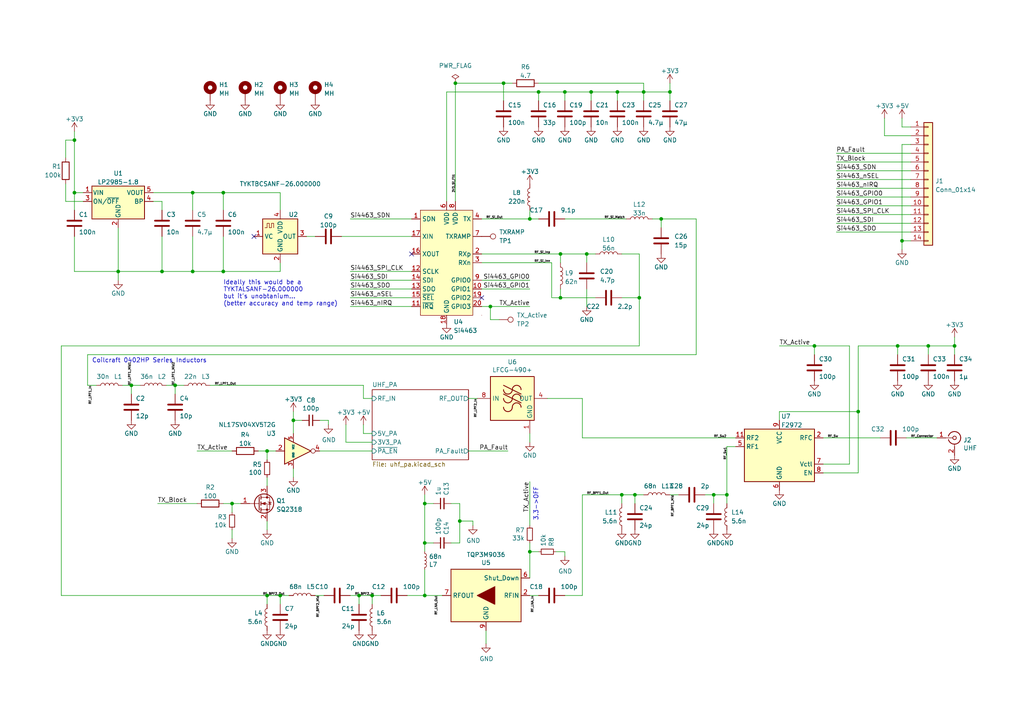
<source format=kicad_sch>
(kicad_sch (version 20211123) (generator eeschema)
  (paper "A4")
  (junction (at 210.82 143.51))
  (junction (at 107.95 172.72))
  (junction (at 64.77 55.88))
  (junction (at 85.09 121.92))
  (junction (at 261.62 69.85))
  (junction (at 123.19 172.72))
  (junction (at 55.88 78.74))
  (junction (at 186.69 26.67))
  (junction (at 179.07 26.67))
  (junction (at 132.08 24.13))
  (junction (at 21.59 55.88))
  (junction (at 191.77 63.5))
  (junction (at 133.35 151.13))
  (junction (at 184.15 143.51))
  (junction (at 156.21 26.67))
  (junction (at 77.47 130.81))
  (junction (at 194.31 26.67))
  (junction (at 162.56 73.66))
  (junction (at 123.19 146.05))
  (junction (at 248.92 119.38))
  (junction (at 146.05 24.13))
  (junction (at 276.86 100.33))
  (junction (at 104.14 172.72))
  (junction (at 123.19 157.48))
  (junction (at 77.47 172.72))
  (junction (at 55.88 55.88))
  (junction (at 185.42 86.36))
  (junction (at 171.45 26.67))
  (junction (at 163.83 26.67))
  (junction (at 34.29 78.74))
  (junction (at 236.22 100.33))
  (junction (at 50.8 111.76))
  (junction (at 260.35 100.33))
  (junction (at 170.18 73.66))
  (junction (at 21.59 40.64))
  (junction (at 46.99 78.74))
  (junction (at 81.28 172.72))
  (junction (at 67.31 146.05))
  (junction (at 153.67 160.02))
  (junction (at 207.01 143.51))
  (junction (at 269.24 100.33))
  (junction (at 64.77 78.74))
  (junction (at 153.67 63.5))
  (junction (at 162.56 86.36))
  (junction (at 180.34 143.51))
  (junction (at 38.1 111.76))
  (junction (at 142.24 88.9))
  (no_connect (at 119.38 73.66))
  (no_connect (at 73.66 68.58))
  (no_connect (at 139.7 86.36))
  (wire (pts (xy 88.9 68.58) (xy 91.44 68.58)))
  (wire (pts (xy 210.82 129.54) (xy 210.82 143.51)))
  (wire (pts (xy 24.13 55.88) (xy 21.59 55.88)))
  (wire (pts (xy 260.35 100.33) (xy 248.92 100.33)))
  (wire (pts (xy 91.44 172.72) (xy 93.98 172.72)))
  (wire (pts (xy 139.7 73.66) (xy 162.56 73.66)))
  (wire (pts (xy 104.14 172.72) (xy 104.14 175.26)))
  (wire (pts (xy 194.31 143.51) (xy 196.85 143.51)))
  (wire (pts (xy 163.83 63.5) (xy 181.61 63.5)))
  (wire (pts (xy 133.35 151.13) (xy 133.35 146.05)))
  (wire (pts (xy 139.7 76.2) (xy 160.02 76.2)))
  (wire (pts (xy 21.59 55.88) (xy 21.59 60.96)))
  (wire (pts (xy 92.71 121.92) (xy 95.25 121.92)))
  (wire (pts (xy 105.41 123.19) (xy 105.41 125.73)))
  (wire (pts (xy 156.21 160.02) (xy 153.67 160.02)))
  (wire (pts (xy 171.45 26.67) (xy 171.45 29.21)))
  (wire (pts (xy 81.28 55.88) (xy 81.28 60.96)))
  (wire (pts (xy 139.7 81.28) (xy 153.67 81.28)))
  (wire (pts (xy 81.28 172.72) (xy 77.47 172.72)))
  (wire (pts (xy 64.77 68.58) (xy 64.77 78.74)))
  (wire (pts (xy 139.7 88.9) (xy 142.24 88.9)))
  (wire (pts (xy 242.57 54.61) (xy 264.16 54.61)))
  (wire (pts (xy 105.41 125.73) (xy 107.95 125.73)))
  (wire (pts (xy 101.6 63.5) (xy 119.38 63.5)))
  (wire (pts (xy 77.47 172.72) (xy 77.47 175.26)))
  (wire (pts (xy 105.41 115.57) (xy 107.95 115.57)))
  (wire (pts (xy 179.07 26.67) (xy 179.07 29.21)))
  (wire (pts (xy 242.57 49.53) (xy 264.16 49.53)))
  (wire (pts (xy 162.56 86.36) (xy 172.72 86.36)))
  (wire (pts (xy 118.11 172.72) (xy 123.19 172.72)))
  (wire (pts (xy 133.35 146.05) (xy 130.81 146.05)))
  (wire (pts (xy 57.15 130.81) (xy 67.31 130.81)))
  (wire (pts (xy 67.31 146.05) (xy 67.31 148.59)))
  (wire (pts (xy 129.54 26.67) (xy 129.54 58.42)))
  (wire (pts (xy 168.91 143.51) (xy 168.91 172.72)))
  (wire (pts (xy 77.47 138.43) (xy 77.47 140.97)))
  (wire (pts (xy 85.09 135.89) (xy 85.09 138.43)))
  (wire (pts (xy 77.47 130.81) (xy 77.47 133.35)))
  (wire (pts (xy 132.08 24.13) (xy 132.08 58.42)))
  (wire (pts (xy 101.6 81.28) (xy 119.38 81.28)))
  (wire (pts (xy 142.24 88.9) (xy 153.67 88.9)))
  (wire (pts (xy 129.54 26.67) (xy 156.21 26.67)))
  (wire (pts (xy 45.72 146.05) (xy 57.15 146.05)))
  (wire (pts (xy 185.42 100.33) (xy 185.42 86.36)))
  (wire (pts (xy 123.19 165.1) (xy 123.19 172.72)))
  (wire (pts (xy 194.31 24.13) (xy 194.31 26.67)))
  (wire (pts (xy 226.06 100.33) (xy 236.22 100.33)))
  (wire (pts (xy 44.45 58.42) (xy 46.99 58.42)))
  (wire (pts (xy 92.71 130.81) (xy 107.95 130.81)))
  (wire (pts (xy 153.67 63.5) (xy 156.21 63.5)))
  (wire (pts (xy 100.33 128.27) (xy 107.95 128.27)))
  (wire (pts (xy 139.7 63.5) (xy 153.67 63.5)))
  (wire (pts (xy 25.4 111.76) (xy 27.94 111.76)))
  (wire (pts (xy 256.54 34.29) (xy 256.54 39.37)))
  (wire (pts (xy 123.19 157.48) (xy 123.19 146.05)))
  (wire (pts (xy 38.1 111.76) (xy 38.1 114.3)))
  (wire (pts (xy 21.59 38.1) (xy 21.59 40.64)))
  (wire (pts (xy 46.99 78.74) (xy 55.88 78.74)))
  (wire (pts (xy 44.45 55.88) (xy 55.88 55.88)))
  (wire (pts (xy 153.67 60.96) (xy 153.67 63.5)))
  (wire (pts (xy 210.82 143.51) (xy 210.82 146.05)))
  (wire (pts (xy 135.89 130.81) (xy 147.32 130.81)))
  (wire (pts (xy 189.23 63.5) (xy 191.77 63.5)))
  (wire (pts (xy 161.29 160.02) (xy 163.83 160.02)))
  (wire (pts (xy 153.67 128.27) (xy 153.67 125.73)))
  (wire (pts (xy 17.78 172.72) (xy 17.78 100.33)))
  (wire (pts (xy 262.89 127) (xy 271.78 127)))
  (wire (pts (xy 74.93 130.81) (xy 77.47 130.81)))
  (wire (pts (xy 101.6 78.74) (xy 119.38 78.74)))
  (wire (pts (xy 17.78 100.33) (xy 185.42 100.33)))
  (wire (pts (xy 260.35 100.33) (xy 269.24 100.33)))
  (wire (pts (xy 207.01 143.51) (xy 210.82 143.51)))
  (wire (pts (xy 186.69 26.67) (xy 186.69 29.21)))
  (wire (pts (xy 85.09 125.73) (xy 85.09 121.92)))
  (wire (pts (xy 162.56 83.82) (xy 162.56 86.36)))
  (wire (pts (xy 246.38 134.62) (xy 246.38 100.33)))
  (wire (pts (xy 269.24 100.33) (xy 269.24 102.87)))
  (wire (pts (xy 107.95 172.72) (xy 110.49 172.72)))
  (wire (pts (xy 142.24 92.71) (xy 142.24 88.9)))
  (wire (pts (xy 276.86 100.33) (xy 276.86 102.87)))
  (wire (pts (xy 184.15 143.51) (xy 180.34 143.51)))
  (wire (pts (xy 123.19 160.02) (xy 123.19 157.48)))
  (wire (pts (xy 156.21 26.67) (xy 156.21 29.21)))
  (wire (pts (xy 180.34 143.51) (xy 180.34 146.05)))
  (wire (pts (xy 34.29 78.74) (xy 21.59 78.74)))
  (wire (pts (xy 242.57 44.45) (xy 264.16 44.45)))
  (wire (pts (xy 269.24 100.33) (xy 276.86 100.33)))
  (wire (pts (xy 34.29 78.74) (xy 34.29 81.28)))
  (wire (pts (xy 170.18 73.66) (xy 172.72 73.66)))
  (wire (pts (xy 264.16 39.37) (xy 256.54 39.37)))
  (wire (pts (xy 48.26 111.76) (xy 50.8 111.76)))
  (wire (pts (xy 21.59 78.74) (xy 21.59 68.58)))
  (wire (pts (xy 77.47 172.72) (xy 17.78 172.72)))
  (wire (pts (xy 248.92 137.16) (xy 238.76 137.16)))
  (wire (pts (xy 34.29 78.74) (xy 46.99 78.74)))
  (wire (pts (xy 248.92 119.38) (xy 248.92 137.16)))
  (wire (pts (xy 67.31 146.05) (xy 69.85 146.05)))
  (wire (pts (xy 186.69 26.67) (xy 186.69 24.13)))
  (wire (pts (xy 83.82 172.72) (xy 81.28 172.72)))
  (wire (pts (xy 64.77 146.05) (xy 67.31 146.05)))
  (wire (pts (xy 85.09 119.38) (xy 85.09 121.92)))
  (wire (pts (xy 185.42 86.36) (xy 185.42 73.66)))
  (wire (pts (xy 186.69 143.51) (xy 184.15 143.51)))
  (wire (pts (xy 130.81 157.48) (xy 133.35 157.48)))
  (wire (pts (xy 226.06 119.38) (xy 248.92 119.38)))
  (wire (pts (xy 163.83 172.72) (xy 168.91 172.72)))
  (wire (pts (xy 55.88 78.74) (xy 64.77 78.74)))
  (wire (pts (xy 139.7 83.82) (xy 153.67 83.82)))
  (wire (pts (xy 153.67 139.7) (xy 153.67 152.4)))
  (wire (pts (xy 170.18 83.82) (xy 170.18 88.9)))
  (wire (pts (xy 261.62 69.85) (xy 264.16 69.85)))
  (wire (pts (xy 46.99 68.58) (xy 46.99 78.74)))
  (wire (pts (xy 105.41 111.76) (xy 105.41 115.57)))
  (wire (pts (xy 213.36 129.54) (xy 210.82 129.54)))
  (wire (pts (xy 99.06 68.58) (xy 119.38 68.58)))
  (wire (pts (xy 163.83 26.67) (xy 163.83 29.21)))
  (wire (pts (xy 35.56 111.76) (xy 38.1 111.76)))
  (wire (pts (xy 153.67 160.02) (xy 153.67 157.48)))
  (wire (pts (xy 168.91 115.57) (xy 168.91 127)))
  (wire (pts (xy 276.86 97.79) (xy 276.86 100.33)))
  (wire (pts (xy 264.16 41.91) (xy 261.62 41.91)))
  (wire (pts (xy 179.07 26.67) (xy 186.69 26.67)))
  (wire (pts (xy 125.73 146.05) (xy 123.19 146.05)))
  (wire (pts (xy 236.22 102.87) (xy 236.22 100.33)))
  (wire (pts (xy 146.05 24.13) (xy 146.05 29.21)))
  (wire (pts (xy 261.62 41.91) (xy 261.62 69.85)))
  (wire (pts (xy 261.62 34.29) (xy 261.62 36.83)))
  (wire (pts (xy 242.57 64.77) (xy 264.16 64.77)))
  (wire (pts (xy 81.28 78.74) (xy 81.28 76.2)))
  (wire (pts (xy 146.05 24.13) (xy 132.08 24.13)))
  (wire (pts (xy 19.05 58.42) (xy 19.05 53.34)))
  (wire (pts (xy 162.56 73.66) (xy 170.18 73.66)))
  (wire (pts (xy 137.16 152.4) (xy 137.16 151.13)))
  (wire (pts (xy 168.91 127) (xy 213.36 127)))
  (wire (pts (xy 50.8 114.3) (xy 50.8 111.76)))
  (wire (pts (xy 125.73 157.48) (xy 123.19 157.48)))
  (wire (pts (xy 158.75 115.57) (xy 168.91 115.57)))
  (wire (pts (xy 21.59 40.64) (xy 21.59 55.88)))
  (wire (pts (xy 242.57 67.31) (xy 264.16 67.31)))
  (wire (pts (xy 153.67 167.64) (xy 153.67 160.02)))
  (wire (pts (xy 19.05 40.64) (xy 21.59 40.64)))
  (wire (pts (xy 81.28 172.72) (xy 81.28 175.26)))
  (wire (pts (xy 87.63 121.92) (xy 85.09 121.92)))
  (wire (pts (xy 144.78 92.71) (xy 142.24 92.71)))
  (wire (pts (xy 38.1 111.76) (xy 40.64 111.76)))
  (wire (pts (xy 171.45 26.67) (xy 179.07 26.67)))
  (wire (pts (xy 238.76 134.62) (xy 246.38 134.62)))
  (wire (pts (xy 100.33 123.19) (xy 100.33 128.27)))
  (wire (pts (xy 238.76 127) (xy 255.27 127)))
  (wire (pts (xy 168.91 143.51) (xy 180.34 143.51)))
  (wire (pts (xy 191.77 63.5) (xy 191.77 66.04)))
  (wire (pts (xy 204.47 143.51) (xy 207.01 143.51)))
  (wire (pts (xy 55.88 68.58) (xy 55.88 78.74)))
  (wire (pts (xy 140.97 186.69) (xy 140.97 182.88)))
  (wire (pts (xy 156.21 24.13) (xy 186.69 24.13)))
  (wire (pts (xy 242.57 57.15) (xy 264.16 57.15)))
  (wire (pts (xy 242.57 46.99) (xy 264.16 46.99)))
  (wire (pts (xy 133.35 157.48) (xy 133.35 151.13)))
  (wire (pts (xy 162.56 73.66) (xy 162.56 76.2)))
  (wire (pts (xy 77.47 151.13) (xy 77.47 153.67)))
  (wire (pts (xy 101.6 88.9) (xy 119.38 88.9)))
  (wire (pts (xy 34.29 66.04) (xy 34.29 78.74)))
  (wire (pts (xy 160.02 86.36) (xy 162.56 86.36)))
  (wire (pts (xy 194.31 26.67) (xy 194.31 29.21)))
  (wire (pts (xy 135.89 115.57) (xy 138.43 115.57)))
  (wire (pts (xy 185.42 73.66) (xy 180.34 73.66)))
  (wire (pts (xy 50.8 111.76) (xy 53.34 111.76)))
  (wire (pts (xy 201.93 63.5) (xy 201.93 102.87)))
  (wire (pts (xy 248.92 100.33) (xy 248.92 119.38)))
  (wire (pts (xy 242.57 62.23) (xy 264.16 62.23)))
  (wire (pts (xy 137.16 151.13) (xy 133.35 151.13)))
  (wire (pts (xy 19.05 45.72) (xy 19.05 40.64)))
  (wire (pts (xy 64.77 55.88) (xy 64.77 60.96)))
  (wire (pts (xy 101.6 172.72) (xy 104.14 172.72)))
  (wire (pts (xy 242.57 59.69) (xy 264.16 59.69)))
  (wire (pts (xy 107.95 172.72) (xy 107.95 175.26)))
  (wire (pts (xy 101.6 83.82) (xy 119.38 83.82)))
  (wire (pts (xy 101.6 86.36) (xy 119.38 86.36)))
  (wire (pts (xy 46.99 58.42) (xy 46.99 60.96)))
  (wire (pts (xy 163.83 26.67) (xy 171.45 26.67)))
  (wire (pts (xy 64.77 55.88) (xy 81.28 55.88)))
  (wire (pts (xy 260.35 102.87) (xy 260.35 100.33)))
  (wire (pts (xy 184.15 143.51) (xy 184.15 146.05)))
  (wire (pts (xy 25.4 102.87) (xy 25.4 111.76)))
  (wire (pts (xy 242.57 52.07) (xy 264.16 52.07)))
  (wire (pts (xy 67.31 153.67) (xy 67.31 156.21)))
  (wire (pts (xy 25.4 102.87) (xy 201.93 102.87)))
  (wire (pts (xy 207.01 143.51) (xy 207.01 146.05)))
  (wire (pts (xy 246.38 100.33) (xy 236.22 100.33)))
  (wire (pts (xy 264.16 36.83) (xy 261.62 36.83)))
  (wire (pts (xy 95.25 121.92) (xy 95.25 123.19)))
  (wire (pts (xy 226.06 121.92) (xy 226.06 119.38)))
  (wire (pts (xy 160.02 76.2) (xy 160.02 86.36)))
  (wire (pts (xy 163.83 160.02) (xy 163.83 161.29)))
  (wire (pts (xy 19.05 58.42) (xy 24.13 58.42)))
  (wire (pts (xy 191.77 63.5) (xy 201.93 63.5)))
  (wire (pts (xy 55.88 55.88) (xy 64.77 55.88)))
  (wire (pts (xy 123.19 172.72) (xy 128.27 172.72)))
  (wire (pts (xy 77.47 130.81) (xy 80.01 130.81)))
  (wire (pts (xy 60.96 111.76) (xy 105.41 111.76)))
  (wire (pts (xy 64.77 78.74) (xy 81.28 78.74)))
  (wire (pts (xy 180.34 86.36) (xy 185.42 86.36)))
  (wire (pts (xy 123.19 146.05) (xy 123.19 143.51)))
  (wire (pts (xy 148.59 24.13) (xy 146.05 24.13)))
  (wire (pts (xy 170.18 73.66) (xy 170.18 76.2)))
  (wire (pts (xy 104.14 172.72) (xy 107.95 172.72)))
  (wire (pts (xy 186.69 26.67) (xy 194.31 26.67)))
  (wire (pts (xy 153.67 172.72) (xy 156.21 172.72)))
  (wire (pts (xy 261.62 69.85) (xy 261.62 72.39)))
  (wire (pts (xy 55.88 55.88) (xy 55.88 60.96)))
  (wire (pts (xy 156.21 26.67) (xy 163.83 26.67)))
  (text "Ideally this would be a\nTYKTALSANF-26.000000\nbut it's unobtanium...\n(better accuracy and temp range)" (at 64.77 88.9 0) (effects (font (size 1.27 1.27)) (justify left bottom)))
  (text "3.3->OFF" (at 156.21 151.13 90) (effects (font (size 1.27 1.27)) (justify left bottom)))
  (text "Coilcraft 0402HP Series Inductors" (at 26.67 105.41 0) (effects (font (size 1.27 1.27)) (justify left bottom)))
  (label "Si4463_SPI_CLK" (at 101.6 78.74 0))
  (label "RF_Sw2" (at 207.01 127 0) (effects (font (size 0.635 0.635))))
  (label "RF_Si_Inp" (at 154.94 73.66 0) (effects (font (size 0.635 0.635))))
  (label "PA_Fault" (at 242.57 44.45 0))
  (label "Si4463_SPI_CLK" (at 242.57 62.23 0))
  (label "Si4463_nIRQ" (at 242.57 54.61 0))
  (label "Si4463_nIRQ" (at 101.6 88.9 0))
  (label "RF_BPF2_In" (at 102.87 172.72 0) (effects (font (size 0.635 0.635))))
  (label "3V3_Si_Filt" (at 132.08 55.88 90) (effects (font (size 0.635 0.635))))
  (label "RF_BPF2_Mid" (at 92.71 172.72 270) (effects (font (size 0.635 0.635))))
  (label "PA_Fault" (at 147.32 130.81 180))
  (label "Si4463_GPIO0" (at 153.67 81.28 180))
  (label "RF_LPF2_In" (at 138.43 115.57 270) (effects (font (size 0.635 0.635))))
  (label "RF_Si_Match" (at 175.26 63.5 0) (effects (font (size 0.635 0.635))))
  (label "RF_BPF1_Out" (at 170.18 143.51 0) (effects (font (size 0.635 0.635))))
  (label "RF_LNA_In" (at 154.94 172.72 270) (effects (font (size 0.635 0.635))))
  (label "RF_LPF1_In" (at 26.67 111.76 270) (effects (font (size 0.635 0.635))))
  (label "Si4463_GPIO1" (at 242.57 59.69 0))
  (label "Si4463_SDN" (at 101.6 63.5 0))
  (label "Si4463_SDI" (at 242.57 64.77 0))
  (label "RF_Sw1" (at 210.82 133.35 90) (effects (font (size 0.635 0.635))))
  (label "TX_Block" (at 242.57 46.99 0))
  (label "Si4463_SDO" (at 242.57 67.31 0))
  (label "Si4463_nSEL" (at 101.6 86.36 0))
  (label "Si4463_GPIO1" (at 153.67 83.82 180))
  (label "RF_BPF2_Out" (at 76.2 172.72 0) (effects (font (size 0.635 0.635))))
  (label "TX_Active" (at 153.67 88.9 180))
  (label "TX_Active" (at 226.06 100.33 0))
  (label "RF_Sw" (at 240.03 127 0) (effects (font (size 0.635 0.635))))
  (label "RF_BPF1_Mid" (at 195.58 143.51 270) (effects (font (size 0.635 0.635))))
  (label "RF_LPF1_Out" (at 62.23 111.76 0) (effects (font (size 0.635 0.635))))
  (label "Si4463_SDI" (at 101.6 81.28 0))
  (label "Si4463_nSEL" (at 242.57 52.07 0))
  (label "RF_LPF1_Mid2" (at 50.8 111.76 90) (effects (font (size 0.635 0.635))))
  (label "Si4463_SDN" (at 242.57 49.53 0))
  (label "RF_LPF1_Mid1" (at 38.1 111.76 90) (effects (font (size 0.635 0.635))))
  (label "TX_Active" (at 153.67 139.7 270))
  (label "TX_Active" (at 57.15 130.81 0))
  (label "RF_Si_Inn" (at 154.94 76.2 0) (effects (font (size 0.635 0.635))))
  (label "Si4463_GPIO0" (at 242.57 57.15 0))
  (label "RF_Connector" (at 264.16 127 0) (effects (font (size 0.635 0.635))))
  (label "Si4463_SDO" (at 101.6 83.82 0))
  (label "RF_Si_Out" (at 140.97 63.5 0) (effects (font (size 0.635 0.635))))
  (label "RF_LNA_Out" (at 127 172.72 270) (effects (font (size 0.635 0.635))))
  (label "TX_Block" (at 45.72 146.05 0))
  (symbol (lib_id "Device:C") (at 276.86 106.68 0) (unit 1)
    (property "Reference" "C34" (at 278.13 104.14 0) (effects (justify left)))
    (property "Value" "1µ" (at 278.13 109.22 0) (effects (justify left)))
    (property "Footprint" "Capacitor_SMD:C_0805_2012Metric" (effects hide))
  )
  (symbol (lib_id "Regulator_Linear:LP2985-1.8") (at 34.29 58.42 0) (unit 1)
    (property "Reference" "U1" (at 34.29 50.2752 0))
    (property "Value" "LP2985-1.8" (at 34.29 52.8121 0))
    (property "Footprint" "Package_TO_SOT_SMD:SOT-23-5" (effects hide))
    (property "Datasheet" "http://www.ti.com/lit/ds/symlink/lp2985.pdf" (effects hide))
  )
  (symbol (lib_id "Device:C") (at 146.05 33.02 0) (unit 1)
    (property "Reference" "C15" (at 147.32 30.48 0) (effects (justify left)))
    (property "Value" "100n" (at 147.32 35.56 0) (effects (justify left)))
    (property "Footprint" "Capacitor_SMD:C_0603_1608Metric" (effects hide))
  )
  (symbol (lib_id "power:+5V") (at 123.19 143.51 0) (unit 1)
    (property "Reference" "#PWR?" (effects hide))
    (property "Value" "+5V" (at 123.19 139.9342 0))
  )
  (symbol (lib_id "Device:C") (at 156.21 33.02 0) (unit 1)
    (property "Reference" "C16" (at 157.48 30.48 0) (effects (justify left)))
    (property "Value" "33p" (at 157.48 35.56 0) (effects (justify left)))
    (property "Footprint" "Capacitor_SMD:C_0402_1005Metric" (effects hide))
  )
  (symbol (lib_id "Device:C_Small") (at 90.17 121.92 270) (unit 1)
    (property "Reference" "C8" (at 90.17 116.1034 90))
    (property "Value" "100p" (at 90.17 118.4148 90))
    (property "Footprint" "Capacitor_SMD:C_0402_1005Metric" (effects hide))
    (property "Description" "Capacitor, 0402, 5%, 50V, NPO/COG" (effects hide))
    (property "Mnf." "KEMET" (effects hide))
    (property "PartNumber" "CBR04C101J3GAC" (effects hide))
  )
  (symbol (lib_id "power:GND") (at 180.34 153.67 0) (unit 1)
    (property "Reference" "#PWR?" (effects hide))
    (property "Value" "GND" (at 180.34 157.48 0))
  )
  (symbol (lib_id "Device:L") (at 153.67 57.15 180) (unit 1)
    (property "Reference" "L8" (at 149.86 55.88 0))
    (property "Value" "220n" (at 149.86 58.42 0))
    (property "Footprint" "Inductor_SMD:L_0402_1005Metric" (effects hide))
  )
  (symbol (lib_id "RF:Si4463") (at 129.54 76.2 0) (unit 1)
    (property "Reference" "U4" (at 131.5594 93.3434 0) (effects (justify left)))
    (property "Value" "Si4463" (at 131.5594 95.8803 0) (effects (justify left)))
    (property "Footprint" "Package_DFN_QFN:QFN-20-1EP_4x4mm_P0.5mm_EP2.6x2.6mm_ThermalVias" (effects hide))
    (property "Datasheet" "https://www.silabs.com/documents/public/data-sheets/Si4464-63-61-60.pdf" (effects hide))
  )
  (symbol (lib_id "Device:R_Small") (at 67.31 151.13 0) (mirror x) (unit 1)
    (property "Reference" "R3" (at 65.8114 149.9616 0) (effects (justify right)))
    (property "Value" "10k" (at 65.8114 152.273 0) (effects (justify right)))
    (property "Footprint" "Resistor_SMD:R_0603_1608Metric" (effects hide))
    (property "Description" "Resistor, 0402, 5%, 1/16W" (effects hide))
    (property "PartNumber" "CR0402-FX-3302GLF" (effects hide))
  )
  (symbol (lib_name "GND_7") (lib_id "power:GND") (at 104.14 182.88 0) (unit 1)
    (property "Reference" "#PWR?" (effects hide))
    (property "Value" "GND" (at 104.14 186.69 0))
  )
  (symbol (lib_id "Mechanical:MountingHole_Pad") (at 91.44 26.67 0) (unit 1)
    (property "Reference" "H4" (at 93.98 24.5653 0) (effects (justify left)))
    (property "Value" "MH" (at 93.98 27.1022 0) (effects (justify left)))
    (property "Footprint" "MountingHole:MountingHole_2.2mm_M2_Pad_Via" (effects hide))
  )
  (symbol (lib_id "Device:C") (at 46.99 64.77 0) (unit 1)
    (property "Reference" "C3" (at 48.26 62.23 0) (effects (justify left)))
    (property "Value" "10n" (at 48.26 67.31 0) (effects (justify left)))
    (property "Footprint" "Capacitor_SMD:C_0603_1608Metric" (effects hide))
  )
  (symbol (lib_id "power:+3V3") (at 85.09 119.38 0) (unit 1)
    (property "Reference" "#PWR?" (effects hide))
    (property "Value" "+3V3" (at 85.09 115.8042 0))
  )
  (symbol (lib_id "Device:L") (at 57.15 111.76 90) (unit 1)
    (property "Reference" "L3" (at 58.42 109.22 90) (effects (justify right)))
    (property "Value" "22n" (at 57.15 109.22 90) (effects (justify left)))
    (property "Footprint" "Inductor_SMD:L_0402_1005Metric" (effects hide))
  )
  (symbol (lib_name "GND_24") (lib_id "power:GND") (at 236.22 110.49 0) (unit 1)
    (property "Reference" "#PWR?" (effects hide))
    (property "Value" "GND" (at 236.22 114.3 0))
  )
  (symbol (lib_name "GND_21") (lib_id "power:GND") (at 170.18 88.9 0) (unit 1)
    (property "Reference" "#PWR?" (effects hide))
    (property "Value" "GND" (at 170.18 92.71 0))
  )
  (symbol (lib_name "GND_13") (lib_id "power:GND") (at 91.44 29.21 0) (unit 1)
    (property "Reference" "#PWR?" (effects hide))
    (property "Value" "GND" (at 91.44 33.02 0))
  )
  (symbol (lib_id "Device:C_Small") (at 128.27 157.48 90) (mirror x) (unit 1)
    (property "Reference" "C14" (at 129.4384 155.1432 0) (effects (justify right)))
    (property "Value" "100p" (at 127.127 155.1432 0) (effects (justify right)))
    (property "Footprint" "Capacitor_SMD:C_0402_1005Metric" (effects hide))
    (property "Description" "Capacitor, 0402, 5%, 50V, NPO/COG" (effects hide))
    (property "Mnf." "KEMET" (effects hide))
    (property "PartNumber" "CBR04C101J3GAC" (effects hide))
  )
  (symbol (lib_id "power:+3V3") (at 194.31 24.13 0) (unit 1)
    (property "Reference" "#PWR?" (effects hide))
    (property "Value" "+3V3" (at 194.31 20.5542 0))
  )
  (symbol (lib_id "lsf-kicad:F2972") (at 226.06 132.08 0) (mirror y) (unit 1)
    (property "Reference" "U7" (at 226.5806 120.7602 0) (effects (justify right)))
    (property "Value" "F2972" (at 226.5806 123.2971 0) (effects (justify right)))
    (property "Footprint" "lsf-kicad-lib:IDT_NEG-12-1EP_2x2mm_P0.5mm_EP1.1x1.1mm_ThermalVias" (effects hide))
    (property "Datasheet" "https://www.idt.com/document/dst/f2972-datasheet" (effects hide))
  )
  (symbol (lib_id "Device:L") (at 77.47 179.07 180) (unit 1)
    (property "Reference" "L4" (at 76.2 177.8 0) (effects (justify left)))
    (property "Value" "5.6n" (at 76.2 180.34 0) (effects (justify left)))
    (property "Footprint" "Inductor_SMD:L_0402_1005Metric" (effects hide))
  )
  (symbol (lib_id "Mechanical:MountingHole_Pad") (at 71.12 26.67 0) (unit 1)
    (property "Reference" "H2" (at 73.66 24.5653 0) (effects (justify left)))
    (property "Value" "MH" (at 73.66 27.1022 0) (effects (justify left)))
    (property "Footprint" "MountingHole:MountingHole_2.2mm_M2_Pad_Via" (effects hide))
  )
  (symbol (lib_name "GND_22") (lib_id "power:GND") (at 226.06 142.24 0) (unit 1)
    (property "Reference" "#PWR?" (effects hide))
    (property "Value" "GND" (at 226.06 146.05 0))
  )
  (symbol (lib_name "GND_6") (lib_id "power:GND") (at 81.28 182.88 0) (unit 1)
    (property "Reference" "#PWR?" (effects hide))
    (property "Value" "GND" (at 81.28 186.69 0))
  )
  (symbol (lib_name "GND_14") (lib_id "power:GND") (at 60.96 29.21 0) (unit 1)
    (property "Reference" "#PWR?" (effects hide))
    (property "Value" "GND" (at 60.96 33.02 0))
  )
  (symbol (lib_id "Mechanical:MountingHole_Pad") (at 60.96 26.67 0) (unit 1)
    (property "Reference" "H1" (at 63.5 24.5653 0) (effects (justify left)))
    (property "Value" "MH" (at 63.5 27.1022 0) (effects (justify left)))
    (property "Footprint" "MountingHole:MountingHole_2.2mm_M2_Pad_Via" (effects hide))
  )
  (symbol (lib_id "Device:C") (at 186.69 33.02 0) (unit 1)
    (property "Reference" "C25" (at 187.96 30.48 0) (effects (justify left)))
    (property "Value" "4.7µ" (at 187.96 35.56 0) (effects (justify left)))
    (property "Footprint" "Capacitor_SMD:C_0805_2012Metric" (effects hide))
  )
  (symbol (lib_id "Device:C") (at 194.31 33.02 0) (unit 1)
    (property "Reference" "C27" (at 195.58 30.48 0) (effects (justify left)))
    (property "Value" "47µ" (at 195.58 35.56 0) (effects (justify left)))
    (property "Footprint" "Capacitor_SMD:C_0805_2012Metric" (effects hide))
  )
  (symbol (lib_id "lsf-kicad:LFCG-490+") (at 148.59 115.57 0) (mirror y) (unit 1)
    (property "Reference" "U6" (at 148.59 104.9782 0))
    (property "Value" "LFCG-490+" (at 148.59 107.2896 0))
    (property "Footprint" "lsf-kicad-lib:GE0805C-2" (effects hide))
    (property "Datasheet" "https://www.minicircuits.com/pdfs/LFCG-490+.pdf" (effects hide))
    (property "Mnf." "Mini-Circuits" (effects hide))
    (property "PartNumber" "LFCG-490+" (effects hide))
  )
  (symbol (lib_id "Device:C") (at 97.79 172.72 90) (unit 1)
    (property "Reference" "C10" (at 95.25 170.18 90) (effects (justify left)))
    (property "Value" "2p" (at 100.33 170.18 90) (effects (justify right)))
    (property "Footprint" "Capacitor_SMD:C_0402_1005Metric" (effects hide))
  )
  (symbol (lib_name "GND_35") (lib_id "power:GND") (at 194.31 36.83 0) (unit 1)
    (property "Reference" "#PWR?" (effects hide))
    (property "Value" "GND" (at 194.31 40.64 0))
  )
  (symbol (lib_name "GND_32") (lib_id "power:GND") (at 156.21 36.83 0) (unit 1)
    (property "Reference" "#PWR?" (effects hide))
    (property "Value" "GND" (at 156.21 40.64 0))
  )
  (symbol (lib_id "Device:C") (at 50.8 118.11 0) (unit 1)
    (property "Reference" "C4" (at 52.07 115.57 0) (effects (justify left)))
    (property "Value" "10p" (at 52.07 120.65 0) (effects (justify left)))
    (property "Footprint" "Capacitor_SMD:C_0402_1005Metric" (effects hide))
  )
  (symbol (lib_id "Oscillator:FT5HV") (at 81.28 68.58 0) (unit 1)
    (property "Reference" "U2" (at 85.09 62.23 0))
    (property "Value" "TYKTBCSANF-26.000000" (at 81.28 53.34 0))
    (property "Footprint" "Crystal:Crystal_SMD_2520-4Pin_2.5x2.0mm" (effects hide))
    (property "Datasheet" "https://www.taitien.com/wp-content/uploads/2015/12/XO-0081_TY.pdf" (effects hide))
  )
  (symbol (lib_id "Device:L") (at 185.42 63.5 90) (unit 1)
    (property "Reference" "L12" (at 185.42 59.2922 90))
    (property "Value" "33n" (at 185.42 61.8291 90))
    (property "Footprint" "Inductor_SMD:L_0402_1005Metric" (effects hide))
  )
  (symbol (lib_id "Mechanical:MountingHole_Pad") (at 81.28 26.67 0) (unit 1)
    (property "Reference" "H3" (at 83.82 24.5653 0) (effects (justify left)))
    (property "Value" "MH" (at 83.82 27.1022 0) (effects (justify left)))
    (property "Footprint" "MountingHole:MountingHole_2.2mm_M2_Pad_Via" (effects hide))
  )
  (symbol (lib_id "Device:C") (at 269.24 106.68 0) (unit 1)
    (property "Reference" "C33" (at 270.51 104.14 0) (effects (justify left)))
    (property "Value" "100n" (at 270.51 109.22 0) (effects (justify left)))
    (property "Footprint" "Capacitor_SMD:C_0603_1608Metric" (effects hide))
  )
  (symbol (lib_id "Device:C") (at 64.77 64.77 0) (unit 1)
    (property "Reference" "C6" (at 66.04 62.23 0) (effects (justify left)))
    (property "Value" "100n" (at 66.04 67.31 0) (effects (justify left)))
    (property "Footprint" "Capacitor_SMD:C_0603_1608Metric" (effects hide))
  )
  (symbol (lib_id "Connector_Generic:Conn_01x14") (at 269.24 52.07 0) (unit 1)
    (property "Reference" "J1" (at 271.272 52.5053 0) (effects (justify left)))
    (property "Value" "Conn_01x14" (at 271.272 55.0422 0) (effects (justify left)))
    (property "Footprint" "Connector_PinHeader_2.54mm:PinHeader_1x14_P2.54mm_Vertical" (effects hide))
  )
  (symbol (lib_id "Device:R") (at 152.4 24.13 90) (unit 1)
    (property "Reference" "R6" (at 152.4 19.4142 90))
    (property "Value" "4.7" (at 152.4 21.9511 90))
    (property "Footprint" "Resistor_SMD:R_0603_1608Metric" (effects hide))
  )
  (symbol (lib_id "Connector:TestPoint") (at 144.78 92.71 270) (unit 1)
    (property "Reference" "TP2" (at 149.86 93.98 90) (effects (justify left)))
    (property "Value" "TX_Active" (at 149.86 91.44 90) (effects (justify left)))
    (property "Footprint" "TestPoint:TestPoint_Pad_D2.5mm" (effects hide))
  )
  (symbol (lib_name "GND_29") (lib_id "power:GND") (at 210.82 153.67 0) (unit 1)
    (property "Reference" "#PWR?" (effects hide))
    (property "Value" "GND" (at 210.82 157.48 0))
  )
  (symbol (lib_name "GND_25") (lib_id "power:GND") (at 269.24 110.49 0) (unit 1)
    (property "Reference" "#PWR?" (effects hide))
    (property "Value" "GND" (at 269.24 114.3 0))
  )
  (symbol (lib_id "power:+3V3") (at 21.59 38.1 0) (unit 1)
    (property "Reference" "#PWR?" (effects hide))
    (property "Value" "+3V3" (at 21.59 34.5242 0))
  )
  (symbol (lib_id "Device:R") (at 19.05 49.53 0) (unit 1)
    (property "Reference" "R1" (at 17.78 48.26 0) (effects (justify right)))
    (property "Value" "100k" (at 17.78 50.8 0) (effects (justify right)))
    (property "Footprint" "Resistor_SMD:R_0603_1608Metric" (effects hide))
  )
  (symbol (lib_id "Device:R_Small") (at 77.47 135.89 0) (mirror x) (unit 1)
    (property "Reference" "R5" (at 75.9714 134.7216 0) (effects (justify right)))
    (property "Value" "100" (at 75.9714 137.033 0) (effects (justify right)))
    (property "Footprint" "Resistor_SMD:R_0603_1608Metric" (effects hide))
    (property "Description" "Resistor, 0402, 5%, 1/16W" (effects hide))
    (property "PartNumber" "CR0402-FX-3302GLF" (effects hide))
  )
  (symbol (lib_id "74xGxx:74LVC1GU04DRL") (at 85.09 130.81 0) (unit 1)
    (property "Reference" "U3" (at 80.01 125.73 0) (effects (justify right)))
    (property "Value" "NL17SV04XV5T2G" (at 80.01 123.19 0) (effects (justify right)))
    (property "Footprint" "Package_TO_SOT_SMD:SOT-553" (effects hide))
    (property "Datasheet" "http://www.ti.com/lit/ds/symlink/sn74lvc1gu04.pdf" (effects hide))
    (property "PartNumber" "NL17SV04XV5T2G" (effects hide))
    (property "Mnf." "Nexperia" (effects hide))
  )
  (symbol (lib_id "Device:C") (at 236.22 106.68 0) (unit 1)
    (property "Reference" "C30" (at 237.49 104.14 0) (effects (justify left)))
    (property "Value" "100p" (at 237.49 109.22 0) (effects (justify left)))
    (property "Footprint" "Capacitor_SMD:C_0402_1005Metric" (effects hide))
  )
  (symbol (lib_name "GND_30") (lib_id "power:GND") (at 171.45 36.83 0) (unit 1)
    (property "Reference" "#PWR?" (effects hide))
    (property "Value" "GND" (at 171.45 40.64 0))
  )
  (symbol (lib_id "Device:L") (at 210.82 149.86 180) (unit 1)
    (property "Reference" "L14" (at 212.09 148.59 0) (effects (justify right)))
    (property "Value" "5.6n" (at 212.09 151.13 0) (effects (justify right)))
    (property "Footprint" "Inductor_SMD:L_0402_1005Metric" (effects hide))
  )
  (symbol (lib_id "power:+3V3") (at 153.67 53.34 0) (unit 1)
    (property "Reference" "#PWR?" (effects hide))
    (property "Value" "+3V3" (at 153.67 49.7642 0))
  )
  (symbol (lib_id "Device:C") (at 200.66 143.51 90) (unit 1)
    (property "Reference" "C28" (at 198.12 140.97 90) (effects (justify left)))
    (property "Value" "2p" (at 203.2 140.97 90) (effects (justify right)))
    (property "Footprint" "Capacitor_SMD:C_0402_1005Metric" (effects hide))
  )
  (symbol (lib_id "Device:R_Small") (at 153.67 154.94 0) (mirror x) (unit 1)
    (property "Reference" "R7" (at 152.1714 153.7716 0) (effects (justify right)))
    (property "Value" "33k" (at 152.1714 156.083 0) (effects (justify right)))
    (property "Footprint" "Resistor_SMD:R_0603_1608Metric" (effects hide))
    (property "Description" "Resistor, 0402, 5%, 1/16W" (effects hide))
    (property "PartNumber" "CR0402-FX-3302GLF" (effects hide))
  )
  (symbol (lib_id "Device:C") (at 55.88 64.77 0) (unit 1)
    (property "Reference" "C5" (at 57.15 62.23 0) (effects (justify left)))
    (property "Value" "4.7µ" (at 57.15 67.31 0) (effects (justify left)))
    (property "Footprint" "Capacitor_SMD:C_0805_2012Metric" (effects hide))
  )
  (symbol (lib_id "Device:C") (at 259.08 127 90) (unit 1)
    (property "Reference" "C32" (at 256.54 124.46 90) (effects (justify left)))
    (property "Value" "100p" (at 261.62 124.46 90) (effects (justify right)))
    (property "Footprint" "Capacitor_SMD:C_0402_1005Metric" (effects hide))
  )
  (symbol (lib_id "Device:R") (at 71.12 130.81 90) (unit 1)
    (property "Reference" "R4" (at 71.12 126.0942 90))
    (property "Value" "10k" (at 71.12 128.6311 90))
    (property "Footprint" "Resistor_SMD:R_0603_1608Metric" (effects hide))
  )
  (symbol (lib_name "GND_36") (lib_id "power:GND") (at 186.69 36.83 0) (unit 1)
    (property "Reference" "#PWR?" (effects hide))
    (property "Value" "GND" (at 186.69 40.64 0))
  )
  (symbol (lib_id "Device:L") (at 107.95 179.07 180) (unit 1)
    (property "Reference" "L6" (at 109.22 177.8 0) (effects (justify right)))
    (property "Value" "5.6n" (at 109.22 180.34 0) (effects (justify right)))
    (property "Footprint" "Inductor_SMD:L_0402_1005Metric" (effects hide))
  )
  (symbol (lib_id "power:+3V3") (at 256.54 34.29 0) (unit 1)
    (property "Reference" "#PWR?" (effects hide))
    (property "Value" "+3V3" (at 256.54 30.7142 0))
  )
  (symbol (lib_id "Device:C") (at 260.35 106.68 0) (unit 1)
    (property "Reference" "C31" (at 261.62 104.14 0) (effects (justify left)))
    (property "Value" "100p" (at 261.62 109.22 0) (effects (justify left)))
    (property "Footprint" "Capacitor_SMD:C_0402_1005Metric" (effects hide))
  )
  (symbol (lib_id "Device:L") (at 180.34 149.86 180) (unit 1)
    (property "Reference" "L11" (at 179.07 148.59 0) (effects (justify left)))
    (property "Value" "5.6n" (at 179.07 151.13 0) (effects (justify left)))
    (property "Footprint" "Inductor_SMD:L_0402_1005Metric" (effects hide))
  )
  (symbol (lib_name "GND_9") (lib_id "power:GND") (at 34.29 81.28 0) (unit 1)
    (property "Reference" "#PWR?" (effects hide))
    (property "Value" "GND" (at 34.29 85.09 0))
  )
  (symbol (lib_name "GND_11") (lib_id "power:GND") (at 163.83 161.29 0) (unit 1)
    (property "Reference" "#PWR?" (effects hide))
    (property "Value" "GND" (at 163.957 165.6842 0))
  )
  (symbol (lib_id "Device:C") (at 21.59 64.77 0) (unit 1)
    (property "Reference" "C1" (at 22.86 62.23 0) (effects (justify left)))
    (property "Value" "100n" (at 22.86 67.31 0) (effects (justify left)))
    (property "Footprint" "Capacitor_SMD:C_0603_1608Metric" (effects hide))
  )
  (symbol (lib_id "Device:C") (at 179.07 33.02 0) (unit 1)
    (property "Reference" "C23" (at 180.34 30.48 0) (effects (justify left)))
    (property "Value" "100n" (at 180.34 35.56 0) (effects (justify left)))
    (property "Footprint" "Capacitor_SMD:C_0603_1608Metric" (effects hide))
  )
  (symbol (lib_id "Connector:Conn_Coaxial") (at 276.86 127 0) (unit 1)
    (property "Reference" "J2" (at 279.4 127.635 0) (effects (justify left)))
    (property "Value" "UHF" (at 279.4 129.9464 0) (effects (justify left)))
    (property "Footprint" "Connector_Coaxial:SMA_Amphenol_132134_Vertical" (effects hide))
    (property "Datasheet" " ~" (effects hide))
  )
  (symbol (lib_id "Device:R") (at 60.96 146.05 90) (unit 1)
    (property "Reference" "R2" (at 60.96 141.3342 90))
    (property "Value" "100" (at 60.96 143.8711 90))
    (property "Footprint" "Resistor_SMD:R_0603_1608Metric" (effects hide))
  )
  (symbol (lib_id "Device:C_Small") (at 128.27 146.05 90) (mirror x) (unit 1)
    (property "Reference" "C13" (at 129.4384 143.7132 0) (effects (justify right)))
    (property "Value" "1u" (at 127.127 143.7132 0) (effects (justify right)))
    (property "Footprint" "Capacitor_SMD:C_0805_2012Metric" (effects hide))
    (property "Description" "Capacitor, 0402, 10%, 10V, X5R" (effects hide))
    (property "Mnf." "KEMET " (effects hide))
    (property "PartNumber" "C0402C105K8PAC7411" (effects hide))
  )
  (symbol (lib_id "Device:L") (at 87.63 172.72 90) (unit 1)
    (property "Reference" "L5" (at 88.9 170.18 90) (effects (justify right)))
    (property "Value" "68n" (at 87.63 170.18 90) (effects (justify left)))
    (property "Footprint" "Inductor_SMD:L_0402_1005Metric" (effects hide))
  )
  (symbol (lib_id "power:+5V") (at 261.62 34.29 0) (unit 1)
    (property "Reference" "#PWR?" (effects hide))
    (property "Value" "+5V" (at 261.62 30.7142 0))
  )
  (symbol (lib_id "Device:C") (at 170.18 80.01 0) (unit 1)
    (property "Reference" "C20" (at 173.99 78.74 0) (effects (justify left)))
    (property "Value" "4.7p" (at 173.99 81.28 0) (effects (justify left)))
    (property "Footprint" "Capacitor_SMD:C_0402_1005Metric" (effects hide))
  )
  (symbol (lib_id "Device:L_Small") (at 123.19 162.56 0) (mirror x) (unit 1)
    (property "Reference" "L7" (at 124.4092 163.7284 0) (effects (justify left)))
    (property "Value" "68n" (at 124.4092 161.417 0) (effects (justify left)))
    (property "Footprint" "Inductor_SMD:L_0402_1005Metric" (effects hide))
    (property "Description" "Inductor, 0603, 5%, Ceramic" (effects hide))
    (property "Mnf." "Coilcraft" (effects hide))
    (property "PartNumber" "0402DC-68NXJRW" (effects hide))
  )
  (symbol (lib_name "GND_12") (lib_id "power:GND") (at 81.28 29.21 0) (unit 1)
    (property "Reference" "#PWR?" (effects hide))
    (property "Value" "GND" (at 81.28 33.02 0))
  )
  (symbol (lib_name "GND_23") (lib_id "power:GND") (at 260.35 110.49 0) (unit 1)
    (property "Reference" "#PWR?" (effects hide))
    (property "Value" "GND" (at 260.35 114.3 0))
  )
  (symbol (lib_id "lsf-kicad:TQP3M9036") (at 140.97 172.72 0) (mirror y) (unit 1)
    (property "Reference" "U5" (at 140.97 163.195 0))
    (property "Value" "TQP3M9036" (at 140.97 160.8836 0))
    (property "Footprint" "lsf-kicad-lib:DFN-8-1EP_2x2mm_P0.5mm_EP0.7x1.6mm_ThermalVias" (effects hide))
    (property "Datasheet" "https://www.qorvo.com/products/d/da005543" (effects hide))
    (property "Mnf." "Qorvo" (effects hide))
    (property "PartNumber" "TQP3M9036 " (effects hide))
  )
  (symbol (lib_id "Device:C") (at 38.1 118.11 0) (unit 1)
    (property "Reference" "C2" (at 39.37 115.57 0) (effects (justify left)))
    (property "Value" "12p" (at 39.37 120.65 0) (effects (justify left)))
    (property "Footprint" "Capacitor_SMD:C_0402_1005Metric" (effects hide))
  )
  (symbol (lib_name "GND_3") (lib_id "power:GND") (at 50.8 121.92 0) (unit 1)
    (property "Reference" "#PWR?" (effects hide))
    (property "Value" "GND" (at 50.8 125.73 0))
  )
  (symbol (lib_id "Connector:TestPoint") (at 139.7 68.58 270) (unit 1)
    (property "Reference" "TP1" (at 144.78 69.85 90) (effects (justify left)))
    (property "Value" "TXRAMP" (at 144.78 67.31 90) (effects (justify left)))
    (property "Footprint" "TestPoint:TestPoint_Pad_D2.5mm" (effects hide))
  )
  (symbol (lib_name "GND_20") (lib_id "power:GND") (at 129.54 93.98 0) (unit 1)
    (property "Reference" "#PWR?" (effects hide))
    (property "Value" "GND" (at 129.54 97.79 0))
  )
  (symbol (lib_id "Device:C") (at 171.45 33.02 0) (unit 1)
    (property "Reference" "C21" (at 172.72 30.48 0) (effects (justify left)))
    (property "Value" "10n" (at 172.72 35.56 0) (effects (justify left)))
    (property "Footprint" "Capacitor_SMD:C_0603_1608Metric" (effects hide))
  )
  (symbol (lib_name "GND_4") (lib_id "power:GND") (at 77.47 153.67 0) (unit 1)
    (property "Reference" "#PWR?" (effects hide))
    (property "Value" "GND" (at 77.47 157.48 0))
  )
  (symbol (lib_id "Device:C") (at 95.25 68.58 90) (unit 1)
    (property "Reference" "C9" (at 95.25 62.7212 90))
    (property "Value" "100p" (at 95.25 65.2581 90))
    (property "Footprint" "Capacitor_SMD:C_0402_1005Metric" (effects hide))
  )
  (symbol (lib_id "power:+3V3") (at 100.33 123.19 0) (unit 1)
    (property "Reference" "#PWR?" (effects hide))
    (property "Value" "+3V3" (at 100.33 119.6142 0))
  )
  (symbol (lib_name "GND_17") (lib_id "power:GND") (at 95.25 123.19 0) (unit 1)
    (property "Reference" "#PWR?" (effects hide))
    (property "Value" "GND" (at 95.377 127.5842 0))
  )
  (symbol (lib_name "GND_10") (lib_id "power:GND") (at 140.97 186.69 0) (unit 1)
    (property "Reference" "#PWR?" (effects hide))
    (property "Value" "GND" (at 141.097 191.0842 0))
  )
  (symbol (lib_name "GND_37") (lib_id "power:GND") (at 137.16 152.4 0) (unit 1)
    (property "Reference" "#PWR?" (effects hide))
    (property "Value" "GND" (at 137.287 156.7942 0))
  )
  (symbol (lib_name "GND_27") (lib_id "power:GND") (at 276.86 132.08 0) (unit 1)
    (property "Reference" "#PWR?" (effects hide))
    (property "Value" "GND" (at 276.86 135.89 0))
  )
  (symbol (lib_name "GND_38") (lib_id "power:GND") (at 153.67 128.27 0) (unit 1)
    (property "Reference" "#PWR?" (effects hide))
    (property "Value" "GND" (at 153.67 132.08 0))
  )
  (symbol (lib_name "GND_8") (lib_id "power:GND") (at 107.95 182.88 0) (unit 1)
    (property "Reference" "#PWR?" (effects hide))
    (property "Value" "GND" (at 107.95 186.69 0))
  )
  (symbol (lib_id "Device:C") (at 104.14 179.07 0) (unit 1)
    (property "Reference" "C11" (at 102.87 176.53 0) (effects (justify right)))
    (property "Value" "24p" (at 102.87 181.61 0) (effects (justify right)))
    (property "Footprint" "Capacitor_SMD:C_0402_1005Metric" (effects hide))
  )
  (symbol (lib_id "power:+3V3") (at 276.86 97.79 0) (unit 1)
    (property "Reference" "#PWR?" (effects hide))
    (property "Value" "+3V3" (at 276.86 94.2142 0))
  )
  (symbol (lib_id "Device:C") (at 176.53 86.36 90) (unit 1)
    (property "Reference" "C22" (at 173.99 88.9 90) (effects (justify left)))
    (property "Value" "2.2p" (at 179.07 88.9 90) (effects (justify right)))
    (property "Footprint" "Capacitor_SMD:C_0402_1005Metric" (effects hide))
  )
  (symbol (lib_id "Device:L") (at 44.45 111.76 90) (unit 1)
    (property "Reference" "L2" (at 45.72 109.22 90) (effects (justify right)))
    (property "Value" "36n" (at 44.45 109.22 90) (effects (justify left)))
    (property "Footprint" "Inductor_SMD:L_0402_1005Metric" (effects hide))
  )
  (symbol (lib_name "GND_26") (lib_id "power:GND") (at 276.86 110.49 0) (unit 1)
    (property "Reference" "#PWR?" (effects hide))
    (property "Value" "GND" (at 276.86 114.3 0))
  )
  (symbol (lib_id "power:PWR_FLAG") (at 132.08 24.13 0) (unit 1)
    (property "Reference" "#FLG?" (effects hide))
    (property "Value" "PWR_FLAG" (at 132.08 19.05 0))
  )
  (symbol (lib_name "GND_34") (lib_id "power:GND") (at 146.05 36.83 0) (unit 1)
    (property "Reference" "#PWR?" (effects hide))
    (property "Value" "GND" (at 146.05 40.64 0))
  )
  (symbol (lib_id "Device:C") (at 184.15 149.86 0) (unit 1)
    (property "Reference" "C24" (at 185.42 147.32 0) (effects (justify left)))
    (property "Value" "24p" (at 185.42 152.4 0) (effects (justify left)))
    (property "Footprint" "Capacitor_SMD:C_0402_1005Metric" (effects hide))
  )
  (symbol (lib_id "Device:C") (at 81.28 179.07 0) (unit 1)
    (property "Reference" "C7" (at 82.55 176.53 0) (effects (justify left)))
    (property "Value" "24p" (at 82.55 181.61 0) (effects (justify left)))
    (property "Footprint" "Capacitor_SMD:C_0402_1005Metric" (effects hide))
  )
  (symbol (lib_id "Device:L") (at 190.5 143.51 90) (unit 1)
    (property "Reference" "L13" (at 191.77 140.97 90) (effects (justify right)))
    (property "Value" "68n" (at 190.5 140.97 90) (effects (justify left)))
    (property "Footprint" "Inductor_SMD:L_0402_1005Metric" (effects hide))
  )
  (symbol (lib_name "GND_1") (lib_id "power:GND") (at 67.31 156.21 0) (unit 1)
    (property "Reference" "#PWR?" (effects hide))
    (property "Value" "GND" (at 67.31 160.02 0))
  )
  (symbol (lib_name "GND_18") (lib_id "power:GND") (at 261.62 72.39 0) (unit 1)
    (property "Reference" "#PWR?" (effects hide))
    (property "Value" "GND" (at 261.62 76.2 0))
  )
  (symbol (lib_id "Device:L") (at 162.56 80.01 0) (unit 1)
    (property "Reference" "L9" (at 163.83 79.1753 0) (effects (justify left)))
    (property "Value" "62n" (at 163.83 81.7122 0) (effects (justify left)))
    (property "Footprint" "Inductor_SMD:L_0402_1005Metric" (effects hide))
  )
  (symbol (lib_id "power:+5V") (at 105.41 123.19 0) (unit 1)
    (property "Reference" "#PWR?" (effects hide))
    (property "Value" "+5V" (at 105.41 119.6142 0))
  )
  (symbol (lib_name "GND_19") (lib_id "power:GND") (at 191.77 73.66 0) (unit 1)
    (property "Reference" "#PWR?" (effects hide))
    (property "Value" "GND" (at 191.77 77.47 0))
  )
  (symbol (lib_id "Device:C") (at 163.83 33.02 0) (unit 1)
    (property "Reference" "C19" (at 165.1 30.48 0) (effects (justify left)))
    (property "Value" "100p" (at 165.1 35.56 0) (effects (justify left)))
    (property "Footprint" "Capacitor_SMD:C_0402_1005Metric" (effects hide))
  )
  (symbol (lib_id "Device:C") (at 191.77 69.85 0) (unit 1)
    (property "Reference" "C26" (at 195.58 68.58 0) (effects (justify left)))
    (property "Value" "15p" (at 195.58 71.12 0) (effects (justify left)))
    (property "Footprint" "Capacitor_SMD:C_0402_1005Metric" (effects hide))
  )
  (symbol (lib_name "GND_33") (lib_id "power:GND") (at 163.83 36.83 0) (unit 1)
    (property "Reference" "#PWR?" (effects hide))
    (property "Value" "GND" (at 163.83 40.64 0))
  )
  (symbol (lib_id "Device:Q_NMOS_GSD") (at 74.93 146.05 0) (unit 1)
    (property "Reference" "Q1" (at 80.137 145.2153 0) (effects (justify left)))
    (property "Value" "SQ2318" (at 80.137 147.7522 0) (effects (justify left)))
    (property "Footprint" "Package_TO_SOT_SMD:SOT-23" (effects hide))
  )
  (symbol (lib_name "GND_31") (lib_id "power:GND") (at 179.07 36.83 0) (unit 1)
    (property "Reference" "#PWR?" (effects hide))
    (property "Value" "GND" (at 179.07 40.64 0))
  )
  (symbol (lib_name "GND_39") (lib_id "power:GND") (at 184.15 153.67 0) (unit 1)
    (property "Reference" "#PWR?" (effects hide))
    (property "Value" "GND" (at 184.15 157.48 0))
  )
  (symbol (lib_id "Device:L") (at 176.53 73.66 90) (unit 1)
    (property "Reference" "L10" (at 176.53 69.4522 90))
    (property "Value" "56n" (at 176.53 71.9891 90))
    (property "Footprint" "Inductor_SMD:L_0402_1005Metric" (effects hide))
  )
  (symbol (lib_id "Device:C") (at 160.02 172.72 90) (unit 1)
    (property "Reference" "C18" (at 157.48 170.18 90) (effects (justify left)))
    (property "Value" "100p" (at 162.56 170.18 90) (effects (justify right)))
    (property "Footprint" "Capacitor_SMD:C_0402_1005Metric" (effects hide))
  )
  (symbol (lib_name "GND_15") (lib_id "power:GND") (at 71.12 29.21 0) (unit 1)
    (property "Reference" "#PWR?" (effects hide))
    (property "Value" "GND" (at 71.12 33.02 0))
  )
  (symbol (lib_name "GND_5") (lib_id "power:GND") (at 77.47 182.88 0) (unit 1)
    (property "Reference" "#PWR?" (effects hide))
    (property "Value" "GND" (at 77.47 186.69 0))
  )
  (symbol (lib_id "Device:R_Small") (at 158.75 160.02 90) (mirror x) (unit 1)
    (property "Reference" "R8" (at 159.9184 158.5214 0) (effects (justify right)))
    (property "Value" "10k" (at 157.607 158.5214 0) (effects (justify right)))
    (property "Footprint" "Resistor_SMD:R_0603_1608Metric" (effects hide))
    (property "Description" "Resistor, 0402, 5%, 1/16W" (effects hide))
    (property "Mnf." "Vishay" (effects hide))
    (property "PartNumber" "CRCW040210K0FKEDC" (effects hide))
  )
  (symbol (lib_name "GND_28") (lib_id "power:GND") (at 207.01 153.67 0) (unit 1)
    (property "Reference" "#PWR?" (effects hide))
    (property "Value" "GND" (at 207.01 157.48 0))
  )
  (symbol (lib_id "Device:C") (at 114.3 172.72 90) (unit 1)
    (property "Reference" "C12" (at 111.76 170.18 90) (effects (justify left)))
    (property "Value" "100p" (at 116.84 170.18 90) (effects (justify right)))
    (property "Footprint" "Capacitor_SMD:C_0402_1005Metric" (effects hide))
  )
  (symbol (lib_id "Device:C") (at 207.01 149.86 0) (unit 1)
    (property "Reference" "C29" (at 205.74 147.32 0) (effects (justify right)))
    (property "Value" "24p" (at 205.74 152.4 0) (effects (justify right)))
    (property "Footprint" "Capacitor_SMD:C_0402_1005Metric" (effects hide))
  )
  (symbol (lib_name "GND_16") (lib_id "power:GND") (at 85.09 138.43 0) (unit 1)
    (property "Reference" "#PWR?" (effects hide))
    (property "Value" "GND" (at 85.09 142.24 0))
  )
  (symbol (lib_name "GND_2") (lib_id "power:GND") (at 38.1 121.92 0) (unit 1)
    (property "Reference" "#PWR?" (effects hide))
    (property "Value" "GND" (at 38.1 125.73 0))
  )
  (symbol (lib_id "Device:C") (at 160.02 63.5 90) (unit 1)
    (property "Reference" "C17" (at 157.48 60.96 90) (effects (justify left)))
    (property "Value" "9.1p" (at 162.56 60.96 90) (effects (justify right)))
    (property "Footprint" "Capacitor_SMD:C_0402_1005Metric" (effects hide))
  )
  (symbol (lib_id "Device:L") (at 31.75 111.76 90) (unit 1)
    (property "Reference" "L1" (at 33.02 109.22 90) (effects (justify right)))
    (property "Value" "30n" (at 31.75 109.22 90) (effects (justify left)))
    (property "Footprint" "Inductor_SMD:L_0402_1005Metric" (effects hide))
  )
  (sheet (at 107.95 113.03) (size 27.94 20.32) (stroke (width 0.1524))
    (property "Sheet name" "UHF_PA" (at 107.95 112.3184 0) (effects (justify left bottom)))
    (property "Sheet file" "uhf_pa.kicad_sch" (at 107.95 133.9346 0) (effects (justify left top)))
    (pin "PA_Fault" output (at 135.89 130.81 0))
    (pin "RF_OUT" output (at 135.89 115.57 0))
    (pin "RF_IN" input (at 107.95 115.57 180))
    (pin "~{PA_EN}" input (at 107.95 130.81 180))
    (pin "3V3_PA" input (at 107.95 128.27 180))
    (pin "5V_PA" input (at 107.95 125.73 180))
  )
)
</source>
